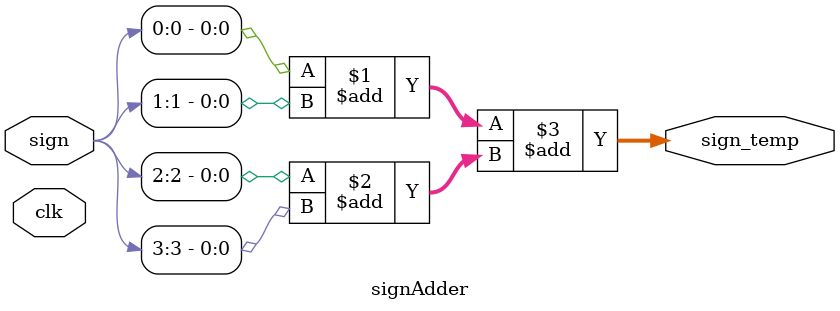
<source format=sv>
module signAdder
    (
        input  logic clk                , 
        input  logic [3 : 0] sign       ,
        output logic [2 : 0] sign_temp
    );
    assign sign_temp = (sign[0] + sign[1]) + (sign[2] + sign[3]);
endmodule
</source>
